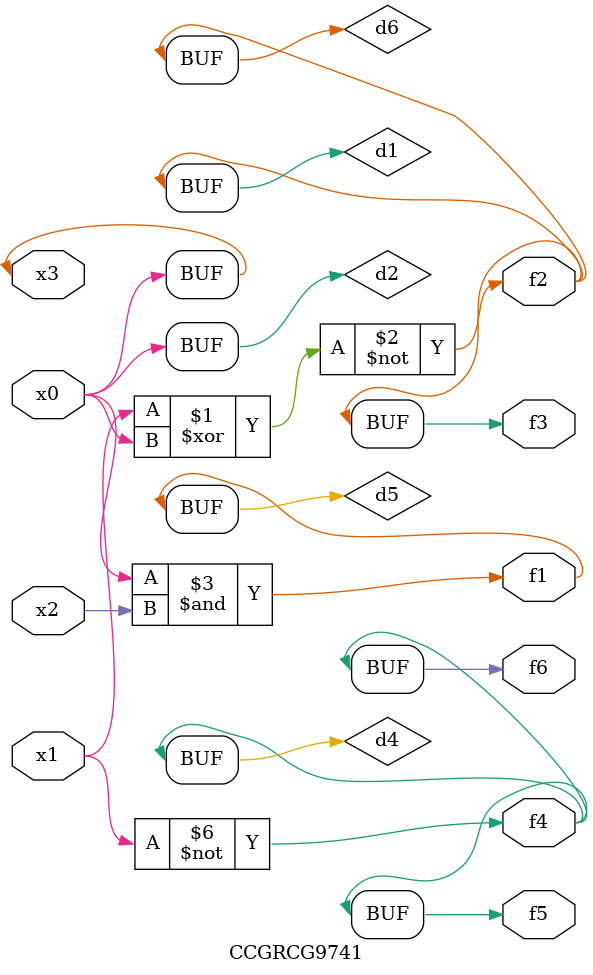
<source format=v>
module CCGRCG9741(
	input x0, x1, x2, x3,
	output f1, f2, f3, f4, f5, f6
);

	wire d1, d2, d3, d4, d5, d6;

	xnor (d1, x1, x3);
	buf (d2, x0, x3);
	nand (d3, x0, x2);
	not (d4, x1);
	nand (d5, d3);
	or (d6, d1);
	assign f1 = d5;
	assign f2 = d6;
	assign f3 = d6;
	assign f4 = d4;
	assign f5 = d4;
	assign f6 = d4;
endmodule

</source>
